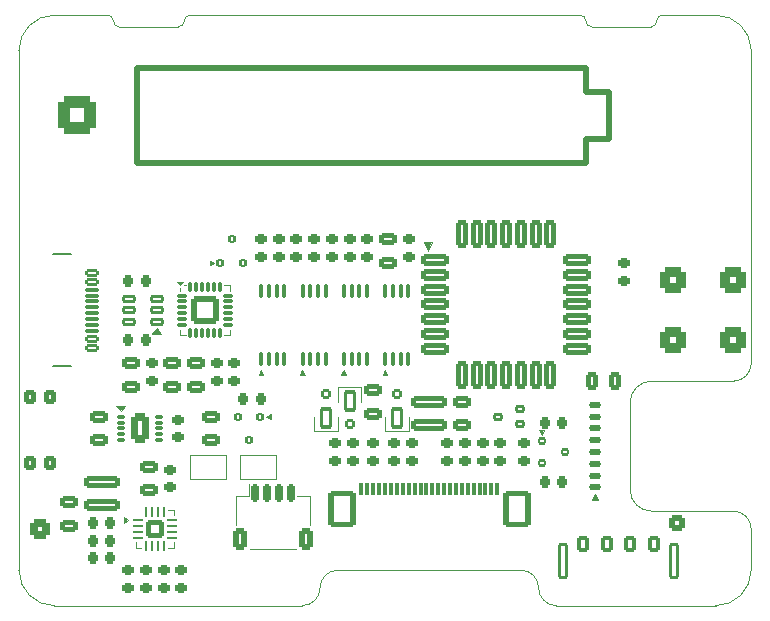
<source format=gto>
%TF.GenerationSoftware,KiCad,Pcbnew,8.0.8+1*%
%TF.CreationDate,2025-10-29T14:44:18+00:00*%
%TF.ProjectId,LoRa-V3-PCB,4c6f5261-2d56-4332-9d50-43422e6b6963,rev?*%
%TF.SameCoordinates,Original*%
%TF.FileFunction,Legend,Top*%
%TF.FilePolarity,Positive*%
%FSLAX46Y46*%
G04 Gerber Fmt 4.6, Leading zero omitted, Abs format (unit mm)*
G04 Created by KiCad (PCBNEW 8.0.8+1) date 2025-10-29 14:44:18*
%MOMM*%
%LPD*%
G01*
G04 APERTURE LIST*
G04 Aperture macros list*
%AMRoundRect*
0 Rectangle with rounded corners*
0 $1 Rounding radius*
0 $2 $3 $4 $5 $6 $7 $8 $9 X,Y pos of 4 corners*
0 Add a 4 corners polygon primitive as box body*
4,1,4,$2,$3,$4,$5,$6,$7,$8,$9,$2,$3,0*
0 Add four circle primitives for the rounded corners*
1,1,$1+$1,$2,$3*
1,1,$1+$1,$4,$5*
1,1,$1+$1,$6,$7*
1,1,$1+$1,$8,$9*
0 Add four rect primitives between the rounded corners*
20,1,$1+$1,$2,$3,$4,$5,0*
20,1,$1+$1,$4,$5,$6,$7,0*
20,1,$1+$1,$6,$7,$8,$9,0*
20,1,$1+$1,$8,$9,$2,$3,0*%
%AMFreePoly0*
4,1,6,1.000000,0.000000,0.500000,-0.750000,-0.500000,-0.750000,-0.500000,0.750000,0.500000,0.750000,1.000000,0.000000,1.000000,0.000000,$1*%
%AMFreePoly1*
4,1,6,0.500000,-0.750000,-0.650000,-0.750000,-0.150000,0.000000,-0.650000,0.750000,0.500000,0.750000,0.500000,-0.750000,0.500000,-0.750000,$1*%
G04 Aperture macros list end*
%TA.AperFunction,Profile*%
%ADD10C,0.050000*%
%TD*%
%TA.AperFunction,Profile*%
%ADD11C,0.100000*%
%TD*%
%ADD12C,0.120000*%
%ADD13C,0.500000*%
%ADD14C,0.200000*%
%ADD15C,1.400000*%
%ADD16RoundRect,0.070000X0.105000X-0.530000X0.105000X0.530000X-0.105000X0.530000X-0.105000X-0.530000X0*%
%ADD17R,1.000000X1.500000*%
%ADD18RoundRect,0.200000X-0.300000X0.400000X-0.300000X-0.400000X0.300000X-0.400000X0.300000X0.400000X0*%
%ADD19RoundRect,0.200000X0.550000X-0.300000X0.550000X0.300000X-0.550000X0.300000X-0.550000X-0.300000X0*%
%ADD20RoundRect,0.220000X-0.220000X-0.270000X0.220000X-0.270000X0.220000X0.270000X-0.220000X0.270000X0*%
%ADD21RoundRect,0.220000X0.220000X0.270000X-0.220000X0.270000X-0.220000X-0.270000X0.220000X-0.270000X0*%
%ADD22RoundRect,0.220000X-0.270000X0.220000X-0.270000X-0.220000X0.270000X-0.220000X0.270000X0.220000X0*%
%ADD23RoundRect,0.120000X-0.180000X-0.255000X0.180000X-0.255000X0.180000X0.255000X-0.180000X0.255000X0*%
%ADD24RoundRect,0.220000X0.270000X-0.220000X0.270000X0.220000X-0.270000X0.220000X-0.270000X-0.220000X0*%
%ADD25RoundRect,0.120000X0.180000X0.255000X-0.180000X0.255000X-0.180000X-0.255000X0.180000X-0.255000X0*%
%ADD26RoundRect,0.200000X-0.550000X0.300000X-0.550000X-0.300000X0.550000X-0.300000X0.550000X0.300000X0*%
%ADD27RoundRect,0.200000X-1.300000X0.300000X-1.300000X-0.300000X1.300000X-0.300000X1.300000X0.300000X0*%
%ADD28C,1.000000*%
%ADD29RoundRect,0.062500X-0.375000X-0.062500X0.375000X-0.062500X0.375000X0.062500X-0.375000X0.062500X0*%
%ADD30RoundRect,0.062500X-0.062500X-0.375000X0.062500X-0.375000X0.062500X0.375000X-0.062500X0.375000X0*%
%ADD31RoundRect,0.240000X-0.560000X-0.560000X0.560000X-0.560000X0.560000X0.560000X-0.560000X0.560000X0*%
%ADD32RoundRect,0.120000X0.480000X0.180000X-0.480000X0.180000X-0.480000X-0.180000X0.480000X-0.180000X0*%
%ADD33RoundRect,0.060000X-0.265000X0.090000X-0.265000X-0.090000X0.265000X-0.090000X0.265000X0.090000X0*%
%ADD34RoundRect,0.310000X-0.465000X0.930000X-0.465000X-0.930000X0.465000X-0.930000X0.465000X0.930000X0*%
%ADD35RoundRect,0.132000X0.298000X-0.198000X0.298000X0.198000X-0.298000X0.198000X-0.298000X-0.198000X0*%
%ADD36RoundRect,0.165000X0.385000X-0.735000X0.385000X0.735000X-0.385000X0.735000X-0.385000X-0.735000X0*%
%ADD37RoundRect,0.120000X0.280000X-0.280000X0.280000X0.280000X-0.280000X0.280000X-0.280000X-0.280000X0*%
%ADD38RoundRect,0.200000X1.300000X-0.300000X1.300000X0.300000X-1.300000X0.300000X-1.300000X-0.300000X0*%
%ADD39C,2.000000*%
%ADD40RoundRect,0.523529X-1.078471X-1.078471X1.078471X-1.078471X1.078471X1.078471X-1.078471X1.078471X0*%
%ADD41C,3.204000*%
%ADD42RoundRect,0.250000X-0.425000X0.425000X-0.425000X-0.425000X0.425000X-0.425000X0.425000X0.425000X0*%
%ADD43O,1.350000X1.350000*%
%ADD44RoundRect,0.060000X-0.365000X-0.090000X0.365000X-0.090000X0.365000X0.090000X-0.365000X0.090000X0*%
%ADD45RoundRect,0.060000X-0.090000X-0.365000X0.090000X-0.365000X0.090000X0.365000X-0.090000X0.365000X0*%
%ADD46RoundRect,0.235000X-0.940000X-0.940000X0.940000X-0.940000X0.940000X0.940000X-0.940000X0.940000X0*%
%ADD47RoundRect,0.150000X0.350000X0.500000X-0.350000X0.500000X-0.350000X-0.500000X0.350000X-0.500000X0*%
%ADD48RoundRect,0.127500X0.297500X1.372500X-0.297500X1.372500X-0.297500X-1.372500X0.297500X-1.372500X0*%
%ADD49RoundRect,0.120000X0.608112X0.212132X0.212132X0.608112X-0.608112X-0.212132X-0.212132X-0.608112X0*%
%ADD50RoundRect,0.120000X-0.212132X0.608112X-0.608112X0.212132X0.212132X-0.608112X0.608112X-0.212132X0*%
%ADD51RoundRect,0.120000X-0.255000X0.180000X-0.255000X-0.180000X0.255000X-0.180000X0.255000X0.180000X0*%
%ADD52C,2.500000*%
%ADD53RoundRect,0.440000X0.660000X0.660000X-0.660000X0.660000X-0.660000X-0.660000X0.660000X-0.660000X0*%
%ADD54RoundRect,0.200000X-0.300000X-0.550000X0.300000X-0.550000X0.300000X0.550000X-0.300000X0.550000X0*%
%ADD55RoundRect,0.150000X-0.150000X-0.625000X0.150000X-0.625000X0.150000X0.625000X-0.150000X0.625000X0*%
%ADD56RoundRect,0.250000X-0.350000X-0.650000X0.350000X-0.650000X0.350000X0.650000X-0.350000X0.650000X0*%
%ADD57RoundRect,0.230000X-0.920000X-1.320000X0.920000X-1.320000X0.920000X1.320000X-0.920000X1.320000X0*%
%ADD58RoundRect,0.060000X-0.090000X-0.490000X0.090000X-0.490000X0.090000X0.490000X-0.090000X0.490000X0*%
%ADD59RoundRect,0.340000X0.510000X0.510000X-0.510000X0.510000X-0.510000X-0.510000X0.510000X-0.510000X0*%
%ADD60O,1.700000X1.700000*%
%ADD61RoundRect,0.165000X-0.385000X0.735000X-0.385000X-0.735000X0.385000X-0.735000X0.385000X0.735000X0*%
%ADD62RoundRect,0.120000X-0.280000X0.280000X-0.280000X-0.280000X0.280000X-0.280000X0.280000X0.280000X0*%
%ADD63RoundRect,0.120000X-0.455000X0.180000X-0.455000X-0.180000X0.455000X-0.180000X0.455000X0.180000X0*%
%ADD64RoundRect,0.075000X-0.500000X0.075000X-0.500000X-0.075000X0.500000X-0.075000X0.500000X0.075000X0*%
%ADD65O,1.800000X1.000000*%
%ADD66O,2.200000X1.000000*%
%ADD67RoundRect,0.125000X0.425000X-0.125000X0.425000X0.125000X-0.425000X0.125000X-0.425000X-0.125000X0*%
%ADD68RoundRect,0.200000X0.950000X-0.300000X0.950000X0.300000X-0.950000X0.300000X-0.950000X-0.300000X0*%
%ADD69RoundRect,0.200000X0.300000X0.950000X-0.300000X0.950000X-0.300000X-0.950000X0.300000X-0.950000X0*%
%ADD70RoundRect,0.200000X-0.950000X0.300000X-0.950000X-0.300000X0.950000X-0.300000X0.950000X0.300000X0*%
%ADD71RoundRect,0.200000X-0.300000X-0.950000X0.300000X-0.950000X0.300000X0.950000X-0.300000X0.950000X0*%
%ADD72FreePoly0,180.000000*%
%ADD73FreePoly1,180.000000*%
G04 APERTURE END LIST*
D10*
X162500000Y-73000000D02*
G75*
G02*
X162000000Y-72500000I0J500000D01*
G01*
D11*
X114000000Y-75000000D02*
X114000000Y-119000000D01*
X167550000Y-114000000D02*
X174500000Y-114000000D01*
D10*
X128500000Y-72000000D02*
X161500000Y-72000000D01*
D11*
X176000000Y-119000000D02*
G75*
G02*
X173000000Y-122000000I-3000000J0D01*
G01*
D10*
X161500000Y-72000000D02*
G75*
G02*
X162000000Y-72500000I0J-500000D01*
G01*
X122500000Y-73000000D02*
G75*
G02*
X122000000Y-72500000I0J500000D01*
G01*
X128000000Y-72500000D02*
G75*
G02*
X128500000Y-72000000I500000J0D01*
G01*
D11*
X176000000Y-115500000D02*
X176000000Y-119000000D01*
D10*
X167500000Y-73000000D02*
X162500000Y-73000000D01*
D11*
X165750000Y-104800000D02*
G75*
G02*
X167550000Y-103000000I1800000J0D01*
G01*
X139500000Y-120500000D02*
G75*
G02*
X138000000Y-122000000I-1500000J0D01*
G01*
X139500000Y-120500000D02*
G75*
G02*
X141000000Y-119000000I1500000J0D01*
G01*
D10*
X122500000Y-73000000D02*
X127500000Y-73000000D01*
X121500000Y-72000000D02*
G75*
G02*
X122000000Y-72500000I0J-500000D01*
G01*
D11*
X176000000Y-101500000D02*
G75*
G02*
X174500000Y-103000000I-1500000J0D01*
G01*
X117000000Y-122000000D02*
G75*
G02*
X114000000Y-119000000I0J3000000D01*
G01*
D10*
X128000000Y-72500000D02*
G75*
G02*
X127500000Y-73000000I-500000J0D01*
G01*
D11*
X156500000Y-119000000D02*
G75*
G02*
X158000000Y-120500000I0J-1500000D01*
G01*
X174500000Y-103000000D02*
X167550000Y-103000000D01*
X159500000Y-122000000D02*
X173000000Y-122000000D01*
X167550000Y-114000000D02*
G75*
G02*
X165750000Y-112200000I0J1800000D01*
G01*
X165750000Y-104800000D02*
X165750000Y-112200000D01*
X173000000Y-72000000D02*
G75*
G02*
X176000000Y-75000000I0J-3000000D01*
G01*
X156500000Y-119000000D02*
X141000000Y-119000000D01*
D10*
X117000000Y-72000000D02*
X121500000Y-72000000D01*
D11*
X176000000Y-75000000D02*
X176000000Y-101500000D01*
D10*
X168000000Y-72500000D02*
G75*
G02*
X167500000Y-73000000I-500000J0D01*
G01*
D11*
X114000000Y-75000000D02*
G75*
G02*
X117000000Y-72000000I3000000J0D01*
G01*
X174500000Y-114000000D02*
G75*
G02*
X176000000Y-115500000I0J-1500000D01*
G01*
X159500000Y-122000000D02*
G75*
G02*
X158000000Y-120500000I0J1500000D01*
G01*
D10*
X168500000Y-72000000D02*
X173000000Y-72000000D01*
X168000000Y-72500000D02*
G75*
G02*
X168500000Y-72000000I500000J0D01*
G01*
D11*
X117000000Y-122000000D02*
X138000000Y-122000000D01*
D12*
%TO.C,IC9*%
X141700000Y-102450000D02*
X141300000Y-102450000D01*
X141500000Y-102050000D01*
X141700000Y-102450000D01*
G36*
X141700000Y-102450000D02*
G01*
X141300000Y-102450000D01*
X141500000Y-102050000D01*
X141700000Y-102450000D01*
G37*
%TO.C,JP1*%
X128500000Y-109250000D02*
X131500000Y-109250000D01*
X128500000Y-111250000D02*
X128500000Y-109250000D01*
X131500000Y-109250000D02*
X131500000Y-111250000D01*
X131500000Y-111250000D02*
X128500000Y-111250000D01*
%TO.C,Q4*%
X130550000Y-93000000D02*
X130150000Y-93200000D01*
X130150000Y-92800000D01*
X130550000Y-93000000D01*
G36*
X130550000Y-93000000D02*
G01*
X130150000Y-93200000D01*
X130150000Y-92800000D01*
X130550000Y-93000000D01*
G37*
%TO.C,Q3*%
X135350000Y-106200000D02*
X134950000Y-106000000D01*
X135350000Y-105800000D01*
X135350000Y-106200000D01*
G36*
X135350000Y-106200000D02*
G01*
X134950000Y-106000000D01*
X135350000Y-105800000D01*
X135350000Y-106200000D01*
G37*
%TO.C,IC11*%
X134700000Y-102450000D02*
X134300000Y-102450000D01*
X134500000Y-102050000D01*
X134700000Y-102450000D01*
G36*
X134700000Y-102450000D02*
G01*
X134300000Y-102450000D01*
X134500000Y-102050000D01*
X134700000Y-102450000D01*
G37*
%TO.C,IC4*%
X123890000Y-117110000D02*
X123890000Y-116635000D01*
X124365000Y-117110000D02*
X123890000Y-117110000D01*
X126635000Y-113890000D02*
X127110000Y-113890000D01*
X126635000Y-117110000D02*
X127110000Y-117110000D01*
X127110000Y-113890000D02*
X127110000Y-114365000D01*
X127110000Y-117110000D02*
X127110000Y-116635000D01*
X123250000Y-114750000D02*
X122920000Y-114990000D01*
X122920000Y-114510000D01*
X123250000Y-114750000D01*
G36*
X123250000Y-114750000D02*
G01*
X122920000Y-114990000D01*
X122920000Y-114510000D01*
X123250000Y-114750000D01*
G37*
%TO.C,IC3*%
X126050000Y-99000000D02*
X125250000Y-99000000D01*
X125650000Y-98500000D01*
X126050000Y-99000000D01*
G36*
X126050000Y-99000000D02*
G01*
X125250000Y-99000000D01*
X125650000Y-98500000D01*
X126050000Y-99000000D01*
G37*
%TO.C,IC12*%
X122600000Y-105500000D02*
X122250000Y-105100000D01*
X122950000Y-105100000D01*
X122600000Y-105500000D01*
G36*
X122600000Y-105500000D02*
G01*
X122250000Y-105100000D01*
X122950000Y-105100000D01*
X122600000Y-105500000D01*
G37*
%TO.C,D3*%
X139000000Y-106000000D02*
X139000000Y-107250000D01*
X139000000Y-107250000D02*
X141000000Y-107250000D01*
X141000000Y-107250000D02*
X141000000Y-106000000D01*
%TO.C,IC10*%
X138200000Y-102450000D02*
X137800000Y-102450000D01*
X138000000Y-102050000D01*
X138200000Y-102450000D01*
G36*
X138200000Y-102450000D02*
G01*
X137800000Y-102450000D01*
X138000000Y-102050000D01*
X138200000Y-102450000D01*
G37*
%TO.C,IC8*%
X145200000Y-102450000D02*
X144800000Y-102450000D01*
X145000000Y-102050000D01*
X145200000Y-102450000D01*
G36*
X145200000Y-102450000D02*
G01*
X144800000Y-102450000D01*
X145000000Y-102050000D01*
X145200000Y-102450000D01*
G37*
D13*
%TO.C,CONN2*%
X162000000Y-78500000D02*
X164000000Y-78500000D01*
X164000000Y-82500000D01*
X162000000Y-82500000D01*
X162000000Y-84500000D01*
X124000000Y-84500000D01*
X124000000Y-76500000D01*
X162000000Y-76500000D01*
X162000000Y-78500000D01*
D12*
%TO.C,IC2*%
X127640000Y-95365000D02*
X127640000Y-95130000D01*
X127640000Y-99110000D02*
X127640000Y-98635000D01*
X128115000Y-94890000D02*
X127940000Y-94890000D01*
X128115000Y-99110000D02*
X127640000Y-99110000D01*
X131385000Y-94890000D02*
X131860000Y-94890000D01*
X131385000Y-99110000D02*
X131860000Y-99110000D01*
X131860000Y-94890000D02*
X131860000Y-95365000D01*
X131860000Y-99110000D02*
X131860000Y-98635000D01*
X127640000Y-94890000D02*
X127400000Y-94560000D01*
X127880000Y-94560000D01*
X127640000Y-94890000D01*
G36*
X127640000Y-94890000D02*
G01*
X127400000Y-94560000D01*
X127880000Y-94560000D01*
X127640000Y-94890000D01*
G37*
%TO.C,Q2*%
X158250000Y-107550000D02*
X158050000Y-107150000D01*
X158450000Y-107150000D01*
X158250000Y-107550000D01*
G36*
X158250000Y-107550000D02*
G01*
X158050000Y-107150000D01*
X158450000Y-107150000D01*
X158250000Y-107550000D01*
G37*
%TO.C,D2*%
X145000000Y-106000000D02*
X145000000Y-107250000D01*
X145000000Y-107250000D02*
X147000000Y-107250000D01*
X147000000Y-107250000D02*
X147000000Y-106000000D01*
%TO.C,CONN3*%
X132390000Y-112715000D02*
X133440000Y-112715000D01*
X132390000Y-115215000D02*
X132390000Y-112715000D01*
X133440000Y-112715000D02*
X133440000Y-111725000D01*
X133560000Y-117185000D02*
X137440000Y-117185000D01*
X138610000Y-112715000D02*
X137560000Y-112715000D01*
X138610000Y-115215000D02*
X138610000Y-112715000D01*
%TO.C,D1*%
X141000000Y-103500000D02*
X141000000Y-104750000D01*
X143000000Y-103500000D02*
X141000000Y-103500000D01*
X143000000Y-104750000D02*
X143000000Y-103500000D01*
D14*
%TO.C,CONN1*%
X118400000Y-92250000D02*
X116900000Y-92250000D01*
X118400000Y-101750000D02*
X116900000Y-101750000D01*
D12*
%TO.C,CONN7*%
X163000000Y-113050000D02*
X162500000Y-113050000D01*
X162750000Y-112550000D01*
X163000000Y-113050000D01*
G36*
X163000000Y-113050000D02*
G01*
X162500000Y-113050000D01*
X162750000Y-112550000D01*
X163000000Y-113050000D01*
G37*
%TO.C,IC1*%
X148607847Y-91956752D02*
X148257665Y-91206752D01*
X148957847Y-91206752D01*
X148607847Y-91956752D01*
G36*
X148607847Y-91956752D02*
G01*
X148257665Y-91206752D01*
X148957847Y-91206752D01*
X148607847Y-91956752D01*
G37*
%TO.C,JP2*%
X132750000Y-109250000D02*
X135750000Y-109250000D01*
X132750000Y-111250000D02*
X132750000Y-109250000D01*
X135750000Y-109250000D02*
X135750000Y-111250000D01*
X135750000Y-111250000D02*
X132750000Y-111250000D01*
%TD*%
%LPC*%
D15*
X168574270Y-97001892D02*
X171898108Y-97001892D01*
X161250000Y-100250000D02*
X161251863Y-100248137D01*
X165128680Y-99371320D02*
G75*
G02*
X163175730Y-100248102I-2133880J2139620D01*
G01*
X165128680Y-99371320D02*
X166621321Y-97878679D01*
X161251863Y-100248137D02*
X163175732Y-100248137D01*
X166621321Y-97878679D02*
G75*
G02*
X168574270Y-97001898I2133879J-2139621D01*
G01*
X171898108Y-97001892D02*
X171900000Y-97000000D01*
D16*
%TO.C,IC9*%
X141525000Y-101150000D03*
X142175000Y-101150000D03*
X142825000Y-101150000D03*
X143475000Y-101150000D03*
X143475000Y-95350000D03*
X142825000Y-95350000D03*
X142175000Y-95350000D03*
X141525000Y-95350000D03*
%TD*%
D17*
%TO.C,JP1*%
X129350000Y-110250000D03*
X130650000Y-110250000D03*
%TD*%
D18*
%TO.C,SW1*%
X116600000Y-109900000D03*
X114900000Y-109900000D03*
X116600000Y-104300000D03*
X114900000Y-104300000D03*
%TD*%
D19*
%TO.C,C15*%
X144000000Y-105750000D03*
X144000000Y-103750000D03*
%TD*%
D20*
%TO.C,R19*%
X120250000Y-116500000D03*
X121750000Y-116500000D03*
%TD*%
D19*
%TO.C,C25*%
X130250000Y-108000000D03*
X130250000Y-106000000D03*
%TD*%
D21*
%TO.C,C9*%
X121750000Y-118000000D03*
X120250000Y-118000000D03*
%TD*%
D22*
%TO.C,R10*%
X139000000Y-91000000D03*
X139000000Y-92500000D03*
%TD*%
D23*
%TO.C,Q4*%
X131050000Y-93000000D03*
X132950000Y-93000000D03*
X132000000Y-91000000D03*
%TD*%
D24*
%TO.C,R14*%
X126250000Y-120500000D03*
X126250000Y-119000000D03*
%TD*%
D25*
%TO.C,Q3*%
X134450000Y-106000000D03*
X132550000Y-106000000D03*
X133500000Y-108000000D03*
%TD*%
D24*
%TO.C,R5*%
X127500000Y-107750000D03*
X127500000Y-106250000D03*
%TD*%
D22*
%TO.C,C32*%
X145750000Y-108250000D03*
X145750000Y-109750000D03*
%TD*%
%TO.C,C35*%
X147250000Y-108250000D03*
X147250000Y-109750000D03*
%TD*%
D24*
%TO.C,R13*%
X130750000Y-103000000D03*
X130750000Y-101500000D03*
%TD*%
D26*
%TO.C,C14*%
X127000000Y-101500000D03*
X127000000Y-103500000D03*
%TD*%
D21*
%TO.C,R7*%
X124750000Y-94500000D03*
X123250000Y-94500000D03*
%TD*%
D27*
%TO.C,L1*%
X148750000Y-104750000D03*
X148750000Y-106750000D03*
%TD*%
D24*
%TO.C,C6*%
X136000000Y-92500000D03*
X136000000Y-91000000D03*
%TD*%
D20*
%TO.C,R2*%
X120250000Y-115000000D03*
X121750000Y-115000000D03*
%TD*%
D16*
%TO.C,IC11*%
X134525000Y-101150000D03*
X135175000Y-101150000D03*
X135825000Y-101150000D03*
X136475000Y-101150000D03*
X136475000Y-95350000D03*
X135825000Y-95350000D03*
X135175000Y-95350000D03*
X134525000Y-95350000D03*
%TD*%
D28*
%TO.C,F2*%
X117000000Y-90500000D03*
%TD*%
D29*
%TO.C,IC4*%
X124062500Y-114750000D03*
X124062500Y-115250000D03*
X124062500Y-115750000D03*
X124062500Y-116250000D03*
D30*
X124750000Y-116937500D03*
X125250000Y-116937500D03*
X125750000Y-116937500D03*
X126250000Y-116937500D03*
D29*
X126937500Y-116250000D03*
X126937500Y-115750000D03*
X126937500Y-115250000D03*
X126937500Y-114750000D03*
D30*
X126250000Y-114062500D03*
X125750000Y-114062500D03*
X125250000Y-114062500D03*
X124750000Y-114062500D03*
D31*
X125500000Y-115500000D03*
%TD*%
D32*
%TO.C,IC3*%
X125650000Y-97950000D03*
X125650000Y-97000000D03*
X125650000Y-96050000D03*
X123350000Y-96050000D03*
X123350000Y-97000000D03*
X123350000Y-97950000D03*
%TD*%
D22*
%TO.C,C31*%
X151750000Y-108250000D03*
X151750000Y-109750000D03*
%TD*%
D33*
%TO.C,IC12*%
X122600000Y-106000000D03*
X122600000Y-106500000D03*
X122600000Y-107000000D03*
X122600000Y-107500000D03*
X122600000Y-108000000D03*
X125900000Y-108000000D03*
X125900000Y-107500000D03*
X125900000Y-107000000D03*
X125900000Y-106500000D03*
X125900000Y-106000000D03*
D34*
X124250000Y-107000000D03*
%TD*%
D22*
%TO.C,R21*%
X123250000Y-119000000D03*
X123250000Y-120500000D03*
%TD*%
D35*
%TO.C,Q1*%
X156425000Y-106650000D03*
X156425000Y-105350000D03*
X154575000Y-106000000D03*
%TD*%
D24*
%TO.C,R3*%
X125250000Y-103000000D03*
X125250000Y-101500000D03*
%TD*%
D36*
%TO.C,D3*%
X140000000Y-106100000D03*
D37*
X140000000Y-104100000D03*
%TD*%
D38*
%TO.C,L2*%
X121000000Y-113500000D03*
X121000000Y-111500000D03*
%TD*%
D19*
%TO.C,C26*%
X145250000Y-93000000D03*
X145250000Y-91000000D03*
%TD*%
D39*
%TO.C,H3*%
X117000000Y-119000000D03*
%TD*%
D16*
%TO.C,IC10*%
X138025000Y-101150000D03*
X138675000Y-101150000D03*
X139325000Y-101150000D03*
X139975000Y-101150000D03*
X139975000Y-95350000D03*
X139325000Y-95350000D03*
X138675000Y-95350000D03*
X138025000Y-95350000D03*
%TD*%
D39*
%TO.C,H2*%
X173000000Y-75000000D03*
%TD*%
D16*
%TO.C,IC8*%
X145025000Y-101150000D03*
X145675000Y-101150000D03*
X146325000Y-101150000D03*
X146975000Y-101150000D03*
X146975000Y-95350000D03*
X146325000Y-95350000D03*
X145675000Y-95350000D03*
X145025000Y-95350000D03*
%TD*%
D21*
%TO.C,R23*%
X160000000Y-111500000D03*
X158500000Y-111500000D03*
%TD*%
D24*
%TO.C,C10*%
X126750000Y-112000000D03*
X126750000Y-110500000D03*
%TD*%
D40*
%TO.C,CONN2*%
X118900000Y-80500000D03*
D41*
X171100000Y-80500000D03*
%TD*%
D42*
%TO.C,CONN8*%
X169750000Y-115000000D03*
D43*
X167750000Y-115000000D03*
X165750000Y-115000000D03*
X163750000Y-115000000D03*
X161750000Y-115000000D03*
X159750000Y-115000000D03*
%TD*%
D22*
%TO.C,C36*%
X144000000Y-108250000D03*
X144000000Y-109750000D03*
%TD*%
D28*
%TO.C,F1*%
X135500000Y-119000000D03*
%TD*%
D44*
%TO.C,IC2*%
X127800000Y-95750000D03*
X127800000Y-96250000D03*
X127800000Y-96750000D03*
X127800000Y-97250000D03*
X127800000Y-97750000D03*
X127800000Y-98250000D03*
D45*
X128500000Y-98950000D03*
X129000000Y-98950000D03*
X129500000Y-98950000D03*
X130000000Y-98950000D03*
X130500000Y-98950000D03*
X131000000Y-98950000D03*
D44*
X131700000Y-98250000D03*
X131700000Y-97750000D03*
X131700000Y-97250000D03*
X131700000Y-96750000D03*
X131700000Y-96250000D03*
X131700000Y-95750000D03*
D45*
X131000000Y-95050000D03*
X130500000Y-95050000D03*
X130000000Y-95050000D03*
X129500000Y-95050000D03*
X129000000Y-95050000D03*
X128500000Y-95050000D03*
D46*
X129750000Y-97000000D03*
%TD*%
D28*
%TO.C,SW2*%
X166650000Y-118750000D03*
X162850000Y-118750000D03*
D47*
X167750000Y-116800000D03*
X161750000Y-116800000D03*
X165750000Y-116800000D03*
D48*
X169425000Y-118250000D03*
D49*
X168500000Y-120800000D03*
D50*
X161000000Y-120800000D03*
D48*
X160075000Y-118250000D03*
D47*
X163750000Y-116800000D03*
%TD*%
D22*
%TO.C,R20*%
X124750000Y-119000000D03*
X124750000Y-120500000D03*
%TD*%
D51*
%TO.C,Q2*%
X158250000Y-108050000D03*
X158250000Y-109950000D03*
X160250000Y-109000000D03*
%TD*%
D52*
%TO.C,CONN5*%
X171900000Y-97000000D03*
D53*
X174440000Y-99540000D03*
X174440000Y-94460000D03*
X169360000Y-99540000D03*
X169360000Y-94460000D03*
%TD*%
D36*
%TO.C,D2*%
X146000000Y-106100000D03*
D37*
X146000000Y-104100000D03*
%TD*%
D54*
%TO.C,C27*%
X162500000Y-103000000D03*
X164500000Y-103000000D03*
%TD*%
D24*
%TO.C,C2*%
X165250000Y-94500000D03*
X165250000Y-93000000D03*
%TD*%
D55*
%TO.C,CONN3*%
X134000000Y-112500000D03*
X135000000Y-112500000D03*
X136000000Y-112500000D03*
X137000000Y-112500000D03*
D56*
X132700000Y-116375000D03*
X138300000Y-116375000D03*
%TD*%
D24*
%TO.C,C1*%
X147000000Y-92500000D03*
X147000000Y-91000000D03*
%TD*%
D22*
%TO.C,C34*%
X150250000Y-108250000D03*
X150250000Y-109750000D03*
%TD*%
%TO.C,C33*%
X142250000Y-108250000D03*
X142250000Y-109750000D03*
%TD*%
D39*
%TO.C,H1*%
X117000000Y-75000000D03*
%TD*%
D22*
%TO.C,R9*%
X140500000Y-91000000D03*
X140500000Y-92500000D03*
%TD*%
D24*
%TO.C,C8*%
X143500000Y-92500000D03*
X143500000Y-91000000D03*
%TD*%
D26*
%TO.C,C13*%
X129000000Y-101500000D03*
X129000000Y-103500000D03*
%TD*%
D19*
%TO.C,C11*%
X123500000Y-103500000D03*
X123500000Y-101500000D03*
%TD*%
D22*
%TO.C,C37*%
X140750000Y-108250000D03*
X140750000Y-109750000D03*
%TD*%
D39*
%TO.C,H4*%
X173000000Y-119000000D03*
%TD*%
D21*
%TO.C,R18*%
X134500000Y-104500000D03*
X133000000Y-104500000D03*
%TD*%
%TO.C,R6*%
X124750000Y-99500000D03*
X123250000Y-99500000D03*
%TD*%
D57*
%TO.C,CONN6*%
X141330000Y-113850000D03*
X156170000Y-113850000D03*
D58*
X154500000Y-112150000D03*
X154000000Y-112150000D03*
X153500000Y-112150000D03*
X153000000Y-112150000D03*
X152500000Y-112150000D03*
X152000000Y-112150000D03*
X151500000Y-112150000D03*
X151000000Y-112150000D03*
X150500000Y-112150000D03*
X150000000Y-112150000D03*
X149500000Y-112150000D03*
X149000000Y-112150000D03*
X148500000Y-112150000D03*
X148000000Y-112150000D03*
X147500000Y-112150000D03*
X147000000Y-112150000D03*
X146500000Y-112150000D03*
X146000000Y-112150000D03*
X145500000Y-112150000D03*
X145000000Y-112150000D03*
X144500000Y-112150000D03*
X144000000Y-112150000D03*
X143500000Y-112150000D03*
X143000000Y-112150000D03*
%TD*%
D59*
%TO.C,CONN4*%
X115750000Y-115500000D03*
D60*
X115750000Y-112960000D03*
%TD*%
D61*
%TO.C,D1*%
X142000000Y-104650000D03*
D62*
X142000000Y-106650000D03*
%TD*%
D19*
%TO.C,C18*%
X151500000Y-106750000D03*
X151500000Y-104750000D03*
%TD*%
D24*
%TO.C,C5*%
X142000000Y-92500000D03*
X142000000Y-91000000D03*
%TD*%
D63*
%TO.C,CONN1*%
X120155000Y-93800000D03*
X120155000Y-94600000D03*
D64*
X120155000Y-95750000D03*
X120155000Y-96750000D03*
X120155000Y-97250000D03*
X120155000Y-98250000D03*
D63*
X120155000Y-100200000D03*
X120155000Y-99400000D03*
D64*
X120155000Y-98750000D03*
X120155000Y-97750000D03*
X120155000Y-96250000D03*
X120155000Y-95250000D03*
D65*
X119580000Y-92680000D03*
X119580000Y-101320000D03*
D66*
X115580000Y-92680000D03*
X115580000Y-101320000D03*
%TD*%
D22*
%TO.C,R8*%
X137500000Y-91000000D03*
X137500000Y-92500000D03*
%TD*%
D24*
%TO.C,R11*%
X127750000Y-120500000D03*
X127750000Y-119000000D03*
%TD*%
D67*
%TO.C,CONN7*%
X162750000Y-112000000D03*
X162750000Y-111000000D03*
X162750000Y-110000000D03*
X162750000Y-109000000D03*
X162750000Y-108000000D03*
X162750000Y-107000000D03*
X162750000Y-106000000D03*
X162750000Y-105000000D03*
%TD*%
D22*
%TO.C,C30*%
X153250000Y-108250000D03*
X153250000Y-109750000D03*
%TD*%
D24*
%TO.C,C7*%
X134500000Y-92500000D03*
X134500000Y-91000000D03*
%TD*%
D26*
%TO.C,C17*%
X118250000Y-113250000D03*
X118250000Y-115250000D03*
%TD*%
D28*
%TO.C,F3*%
X173000000Y-90500000D03*
%TD*%
D68*
%TO.C,IC1*%
X149250000Y-92750000D03*
X149250000Y-94000000D03*
X149250000Y-95250000D03*
X149250000Y-96500000D03*
X149250000Y-97750000D03*
X149250000Y-99000000D03*
X149250000Y-100250000D03*
D69*
X151500000Y-102500000D03*
X152750000Y-102500000D03*
X154000000Y-102500000D03*
X155250000Y-102500000D03*
X156500000Y-102500000D03*
X157750000Y-102500000D03*
X159000000Y-102500000D03*
D70*
X161250000Y-100250000D03*
X161250000Y-99000000D03*
X161250000Y-97750000D03*
X161250000Y-96500000D03*
X161250000Y-95250000D03*
X161250000Y-94000000D03*
X161250000Y-92750000D03*
D71*
X159000000Y-90500000D03*
X157750000Y-90500000D03*
X156500000Y-90500000D03*
X155250000Y-90500000D03*
X154000000Y-90500000D03*
X152750000Y-90500000D03*
X151500000Y-90500000D03*
%TD*%
D19*
%TO.C,C16*%
X125000000Y-112250000D03*
X125000000Y-110250000D03*
%TD*%
D20*
%TO.C,R17*%
X158500000Y-106500000D03*
X160000000Y-106500000D03*
%TD*%
D24*
%TO.C,R1*%
X154750000Y-109750000D03*
X154750000Y-108250000D03*
%TD*%
D72*
%TO.C,JP2*%
X134975000Y-110250000D03*
D73*
X133525000Y-110250000D03*
%TD*%
D19*
%TO.C,C12*%
X120750000Y-108000000D03*
X120750000Y-106000000D03*
%TD*%
D22*
%TO.C,R15*%
X132250000Y-101500000D03*
X132250000Y-103000000D03*
%TD*%
D24*
%TO.C,R12*%
X156750000Y-109750000D03*
X156750000Y-108250000D03*
%TD*%
%LPD*%
M02*

</source>
